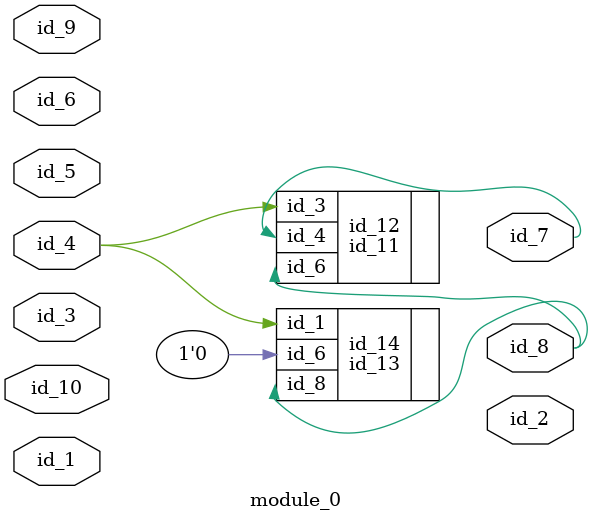
<source format=v>
`define pp_1 0
module module_0 (
    id_1,
    id_2,
    id_3,
    id_4,
    id_5,
    id_6,
    id_7,
    id_8,
    id_9,
    id_10
);
  input id_10;
  input id_9;
  output id_8;
  output id_7;
  input id_6;
  input id_5;
  input id_4;
  input id_3;
  output id_2;
  input id_1;
  id_11 id_12 (
      .id_3(id_4),
      .id_6(id_8),
      .id_4(id_7)
  );
  id_13 id_14 (
      .id_6(1'd0),
      .id_8(id_8),
      .id_1(id_4)
  );
  assign id_9[id_3] = 1;
endmodule

</source>
